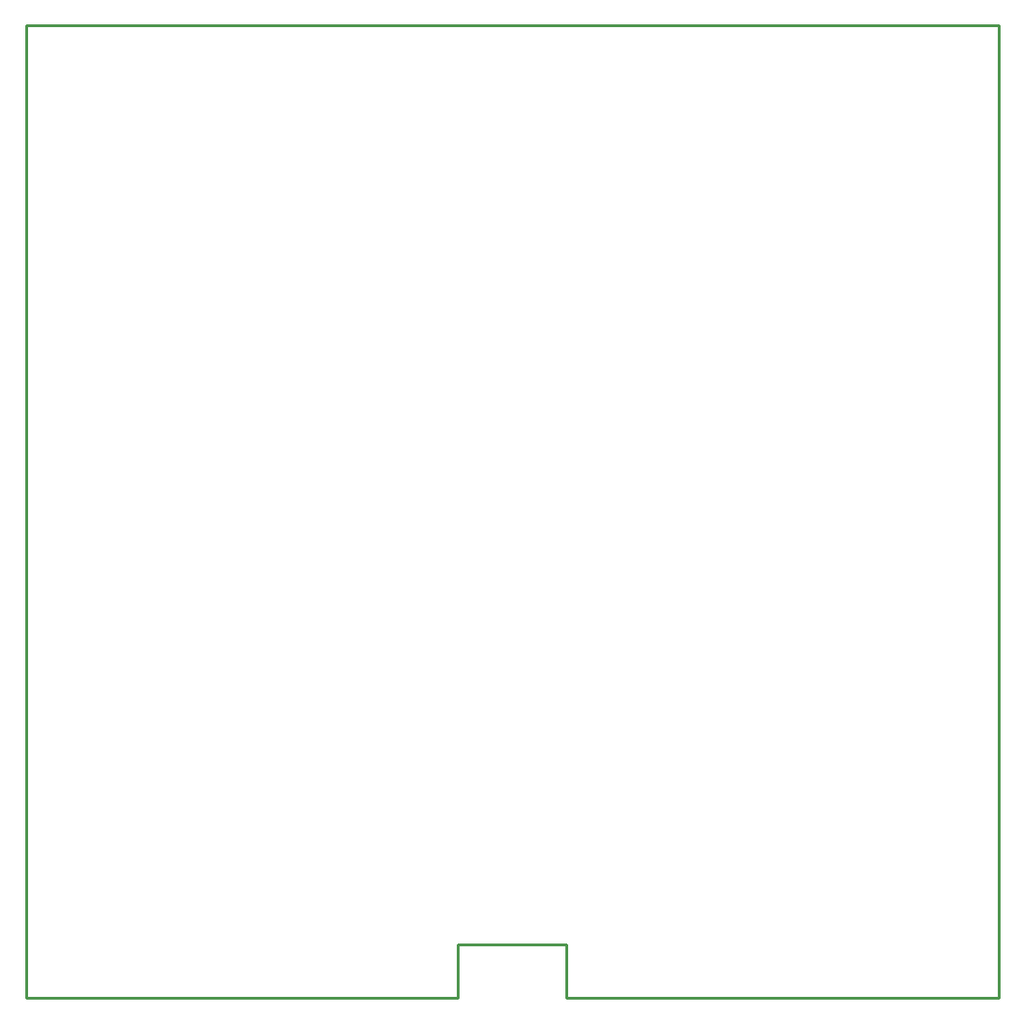
<source format=gbr>
%TF.GenerationSoftware,Altium Limited,Altium Designer,19.1.6 (110)*%
G04 Layer_Color=32768*
%FSLAX43Y43*%
%MOMM*%
%TF.FileFunction,Other,Board_Outline_(ES)*%
%TF.Part,Single*%
G01*
G75*
%TA.AperFunction,NonConductor*%
%ADD37C,0.254*%
D37*
X48900Y0D02*
X88000D01*
X48900D02*
Y4900D01*
X39100D02*
X48900D01*
X39100Y0D02*
Y4900D01*
X0Y0D02*
X39100D01*
X0D02*
Y88000D01*
X88000D01*
Y0D02*
Y88000D01*
%TF.MD5,bd9169aeb0afb7d6f1bd76737f9b5efb*%
M02*

</source>
